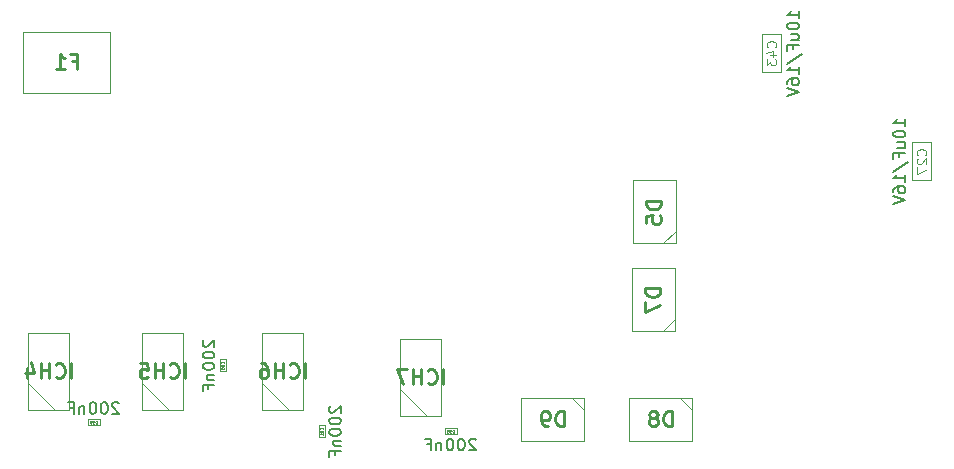
<source format=gbr>
%TF.GenerationSoftware,KiCad,Pcbnew,8.0.0*%
%TF.CreationDate,2024-03-13T17:22:48+01:00*%
%TF.ProjectId,BalloonMotherboardV3,42616c6c-6f6f-46e4-9d6f-74686572626f,rev?*%
%TF.SameCoordinates,Original*%
%TF.FileFunction,AssemblyDrawing,Bot*%
%FSLAX46Y46*%
G04 Gerber Fmt 4.6, Leading zero omitted, Abs format (unit mm)*
G04 Created by KiCad (PCBNEW 8.0.0) date 2024-03-13 17:22:48*
%MOMM*%
%LPD*%
G01*
G04 APERTURE LIST*
%ADD10C,0.254000*%
%ADD11C,0.150000*%
%ADD12C,0.040000*%
%ADD13C,0.120000*%
%ADD14C,0.100000*%
G04 APERTURE END LIST*
D10*
X74041000Y-167198318D02*
X74041000Y-165928318D01*
X72710523Y-167077365D02*
X72770999Y-167137842D01*
X72770999Y-167137842D02*
X72952428Y-167198318D01*
X72952428Y-167198318D02*
X73073380Y-167198318D01*
X73073380Y-167198318D02*
X73254809Y-167137842D01*
X73254809Y-167137842D02*
X73375761Y-167016889D01*
X73375761Y-167016889D02*
X73436238Y-166895937D01*
X73436238Y-166895937D02*
X73496714Y-166654032D01*
X73496714Y-166654032D02*
X73496714Y-166472603D01*
X73496714Y-166472603D02*
X73436238Y-166230699D01*
X73436238Y-166230699D02*
X73375761Y-166109746D01*
X73375761Y-166109746D02*
X73254809Y-165988794D01*
X73254809Y-165988794D02*
X73073380Y-165928318D01*
X73073380Y-165928318D02*
X72952428Y-165928318D01*
X72952428Y-165928318D02*
X72770999Y-165988794D01*
X72770999Y-165988794D02*
X72710523Y-166049270D01*
X72166238Y-167198318D02*
X72166238Y-165928318D01*
X72166238Y-166533080D02*
X71440523Y-166533080D01*
X71440523Y-167198318D02*
X71440523Y-165928318D01*
X70291476Y-166351651D02*
X70291476Y-167198318D01*
X70593857Y-165867842D02*
X70896238Y-166774984D01*
X70896238Y-166774984D02*
X70110047Y-166774984D01*
D11*
X85258057Y-163996952D02*
X85210438Y-164044571D01*
X85210438Y-164044571D02*
X85162819Y-164139809D01*
X85162819Y-164139809D02*
X85162819Y-164377904D01*
X85162819Y-164377904D02*
X85210438Y-164473142D01*
X85210438Y-164473142D02*
X85258057Y-164520761D01*
X85258057Y-164520761D02*
X85353295Y-164568380D01*
X85353295Y-164568380D02*
X85448533Y-164568380D01*
X85448533Y-164568380D02*
X85591390Y-164520761D01*
X85591390Y-164520761D02*
X86162819Y-163949333D01*
X86162819Y-163949333D02*
X86162819Y-164568380D01*
X85162819Y-165187428D02*
X85162819Y-165282666D01*
X85162819Y-165282666D02*
X85210438Y-165377904D01*
X85210438Y-165377904D02*
X85258057Y-165425523D01*
X85258057Y-165425523D02*
X85353295Y-165473142D01*
X85353295Y-165473142D02*
X85543771Y-165520761D01*
X85543771Y-165520761D02*
X85781866Y-165520761D01*
X85781866Y-165520761D02*
X85972342Y-165473142D01*
X85972342Y-165473142D02*
X86067580Y-165425523D01*
X86067580Y-165425523D02*
X86115200Y-165377904D01*
X86115200Y-165377904D02*
X86162819Y-165282666D01*
X86162819Y-165282666D02*
X86162819Y-165187428D01*
X86162819Y-165187428D02*
X86115200Y-165092190D01*
X86115200Y-165092190D02*
X86067580Y-165044571D01*
X86067580Y-165044571D02*
X85972342Y-164996952D01*
X85972342Y-164996952D02*
X85781866Y-164949333D01*
X85781866Y-164949333D02*
X85543771Y-164949333D01*
X85543771Y-164949333D02*
X85353295Y-164996952D01*
X85353295Y-164996952D02*
X85258057Y-165044571D01*
X85258057Y-165044571D02*
X85210438Y-165092190D01*
X85210438Y-165092190D02*
X85162819Y-165187428D01*
X85162819Y-166139809D02*
X85162819Y-166235047D01*
X85162819Y-166235047D02*
X85210438Y-166330285D01*
X85210438Y-166330285D02*
X85258057Y-166377904D01*
X85258057Y-166377904D02*
X85353295Y-166425523D01*
X85353295Y-166425523D02*
X85543771Y-166473142D01*
X85543771Y-166473142D02*
X85781866Y-166473142D01*
X85781866Y-166473142D02*
X85972342Y-166425523D01*
X85972342Y-166425523D02*
X86067580Y-166377904D01*
X86067580Y-166377904D02*
X86115200Y-166330285D01*
X86115200Y-166330285D02*
X86162819Y-166235047D01*
X86162819Y-166235047D02*
X86162819Y-166139809D01*
X86162819Y-166139809D02*
X86115200Y-166044571D01*
X86115200Y-166044571D02*
X86067580Y-165996952D01*
X86067580Y-165996952D02*
X85972342Y-165949333D01*
X85972342Y-165949333D02*
X85781866Y-165901714D01*
X85781866Y-165901714D02*
X85543771Y-165901714D01*
X85543771Y-165901714D02*
X85353295Y-165949333D01*
X85353295Y-165949333D02*
X85258057Y-165996952D01*
X85258057Y-165996952D02*
X85210438Y-166044571D01*
X85210438Y-166044571D02*
X85162819Y-166139809D01*
X85496152Y-166901714D02*
X86162819Y-166901714D01*
X85591390Y-166901714D02*
X85543771Y-166949333D01*
X85543771Y-166949333D02*
X85496152Y-167044571D01*
X85496152Y-167044571D02*
X85496152Y-167187428D01*
X85496152Y-167187428D02*
X85543771Y-167282666D01*
X85543771Y-167282666D02*
X85639009Y-167330285D01*
X85639009Y-167330285D02*
X86162819Y-167330285D01*
X85639009Y-168139809D02*
X85639009Y-167806476D01*
X86162819Y-167806476D02*
X85162819Y-167806476D01*
X85162819Y-167806476D02*
X85162819Y-168282666D01*
D12*
X86957765Y-165955285D02*
X86969670Y-165943381D01*
X86969670Y-165943381D02*
X86981574Y-165907666D01*
X86981574Y-165907666D02*
X86981574Y-165883857D01*
X86981574Y-165883857D02*
X86969670Y-165848143D01*
X86969670Y-165848143D02*
X86945860Y-165824333D01*
X86945860Y-165824333D02*
X86922050Y-165812428D01*
X86922050Y-165812428D02*
X86874431Y-165800524D01*
X86874431Y-165800524D02*
X86838717Y-165800524D01*
X86838717Y-165800524D02*
X86791098Y-165812428D01*
X86791098Y-165812428D02*
X86767289Y-165824333D01*
X86767289Y-165824333D02*
X86743479Y-165848143D01*
X86743479Y-165848143D02*
X86731574Y-165883857D01*
X86731574Y-165883857D02*
X86731574Y-165907666D01*
X86731574Y-165907666D02*
X86743479Y-165943381D01*
X86743479Y-165943381D02*
X86755384Y-165955285D01*
X86731574Y-166169571D02*
X86731574Y-166121952D01*
X86731574Y-166121952D02*
X86743479Y-166098143D01*
X86743479Y-166098143D02*
X86755384Y-166086238D01*
X86755384Y-166086238D02*
X86791098Y-166062428D01*
X86791098Y-166062428D02*
X86838717Y-166050524D01*
X86838717Y-166050524D02*
X86933955Y-166050524D01*
X86933955Y-166050524D02*
X86957765Y-166062428D01*
X86957765Y-166062428D02*
X86969670Y-166074333D01*
X86969670Y-166074333D02*
X86981574Y-166098143D01*
X86981574Y-166098143D02*
X86981574Y-166145762D01*
X86981574Y-166145762D02*
X86969670Y-166169571D01*
X86969670Y-166169571D02*
X86957765Y-166181476D01*
X86957765Y-166181476D02*
X86933955Y-166193381D01*
X86933955Y-166193381D02*
X86874431Y-166193381D01*
X86874431Y-166193381D02*
X86850622Y-166181476D01*
X86850622Y-166181476D02*
X86838717Y-166169571D01*
X86838717Y-166169571D02*
X86826812Y-166145762D01*
X86826812Y-166145762D02*
X86826812Y-166098143D01*
X86826812Y-166098143D02*
X86838717Y-166074333D01*
X86838717Y-166074333D02*
X86850622Y-166062428D01*
X86850622Y-166062428D02*
X86874431Y-166050524D01*
X86731574Y-166348142D02*
X86731574Y-166371952D01*
X86731574Y-166371952D02*
X86743479Y-166395761D01*
X86743479Y-166395761D02*
X86755384Y-166407666D01*
X86755384Y-166407666D02*
X86779193Y-166419571D01*
X86779193Y-166419571D02*
X86826812Y-166431476D01*
X86826812Y-166431476D02*
X86886336Y-166431476D01*
X86886336Y-166431476D02*
X86933955Y-166419571D01*
X86933955Y-166419571D02*
X86957765Y-166407666D01*
X86957765Y-166407666D02*
X86969670Y-166395761D01*
X86969670Y-166395761D02*
X86981574Y-166371952D01*
X86981574Y-166371952D02*
X86981574Y-166348142D01*
X86981574Y-166348142D02*
X86969670Y-166324333D01*
X86969670Y-166324333D02*
X86957765Y-166312428D01*
X86957765Y-166312428D02*
X86933955Y-166300523D01*
X86933955Y-166300523D02*
X86886336Y-166288619D01*
X86886336Y-166288619D02*
X86826812Y-166288619D01*
X86826812Y-166288619D02*
X86779193Y-166300523D01*
X86779193Y-166300523D02*
X86755384Y-166312428D01*
X86755384Y-166312428D02*
X86743479Y-166324333D01*
X86743479Y-166324333D02*
X86731574Y-166348142D01*
D10*
X123967518Y-152173818D02*
X122697518Y-152173818D01*
X122697518Y-152173818D02*
X122697518Y-152476199D01*
X122697518Y-152476199D02*
X122757994Y-152657628D01*
X122757994Y-152657628D02*
X122878946Y-152778580D01*
X122878946Y-152778580D02*
X122999899Y-152839057D01*
X122999899Y-152839057D02*
X123241803Y-152899533D01*
X123241803Y-152899533D02*
X123423232Y-152899533D01*
X123423232Y-152899533D02*
X123665137Y-152839057D01*
X123665137Y-152839057D02*
X123786089Y-152778580D01*
X123786089Y-152778580D02*
X123907042Y-152657628D01*
X123907042Y-152657628D02*
X123967518Y-152476199D01*
X123967518Y-152476199D02*
X123967518Y-152173818D01*
X122697518Y-154048580D02*
X122697518Y-153443818D01*
X122697518Y-153443818D02*
X123302280Y-153383342D01*
X123302280Y-153383342D02*
X123241803Y-153443818D01*
X123241803Y-153443818D02*
X123181327Y-153564771D01*
X123181327Y-153564771D02*
X123181327Y-153867152D01*
X123181327Y-153867152D02*
X123241803Y-153988104D01*
X123241803Y-153988104D02*
X123302280Y-154048580D01*
X123302280Y-154048580D02*
X123423232Y-154109057D01*
X123423232Y-154109057D02*
X123725613Y-154109057D01*
X123725613Y-154109057D02*
X123846565Y-154048580D01*
X123846565Y-154048580D02*
X123907042Y-153988104D01*
X123907042Y-153988104D02*
X123967518Y-153867152D01*
X123967518Y-153867152D02*
X123967518Y-153564771D01*
X123967518Y-153564771D02*
X123907042Y-153443818D01*
X123907042Y-153443818D02*
X123846565Y-153383342D01*
X93853000Y-167198318D02*
X93853000Y-165928318D01*
X92522523Y-167077365D02*
X92582999Y-167137842D01*
X92582999Y-167137842D02*
X92764428Y-167198318D01*
X92764428Y-167198318D02*
X92885380Y-167198318D01*
X92885380Y-167198318D02*
X93066809Y-167137842D01*
X93066809Y-167137842D02*
X93187761Y-167016889D01*
X93187761Y-167016889D02*
X93248238Y-166895937D01*
X93248238Y-166895937D02*
X93308714Y-166654032D01*
X93308714Y-166654032D02*
X93308714Y-166472603D01*
X93308714Y-166472603D02*
X93248238Y-166230699D01*
X93248238Y-166230699D02*
X93187761Y-166109746D01*
X93187761Y-166109746D02*
X93066809Y-165988794D01*
X93066809Y-165988794D02*
X92885380Y-165928318D01*
X92885380Y-165928318D02*
X92764428Y-165928318D01*
X92764428Y-165928318D02*
X92582999Y-165988794D01*
X92582999Y-165988794D02*
X92522523Y-166049270D01*
X91978238Y-167198318D02*
X91978238Y-165928318D01*
X91978238Y-166533080D02*
X91252523Y-166533080D01*
X91252523Y-167198318D02*
X91252523Y-165928318D01*
X90103476Y-165928318D02*
X90345381Y-165928318D01*
X90345381Y-165928318D02*
X90466333Y-165988794D01*
X90466333Y-165988794D02*
X90526809Y-166049270D01*
X90526809Y-166049270D02*
X90647762Y-166230699D01*
X90647762Y-166230699D02*
X90708238Y-166472603D01*
X90708238Y-166472603D02*
X90708238Y-166956413D01*
X90708238Y-166956413D02*
X90647762Y-167077365D01*
X90647762Y-167077365D02*
X90587285Y-167137842D01*
X90587285Y-167137842D02*
X90466333Y-167198318D01*
X90466333Y-167198318D02*
X90224428Y-167198318D01*
X90224428Y-167198318D02*
X90103476Y-167137842D01*
X90103476Y-167137842D02*
X90043000Y-167077365D01*
X90043000Y-167077365D02*
X89982523Y-166956413D01*
X89982523Y-166956413D02*
X89982523Y-166654032D01*
X89982523Y-166654032D02*
X90043000Y-166533080D01*
X90043000Y-166533080D02*
X90103476Y-166472603D01*
X90103476Y-166472603D02*
X90224428Y-166412127D01*
X90224428Y-166412127D02*
X90466333Y-166412127D01*
X90466333Y-166412127D02*
X90587285Y-166472603D01*
X90587285Y-166472603D02*
X90647762Y-166533080D01*
X90647762Y-166533080D02*
X90708238Y-166654032D01*
X123916718Y-159590618D02*
X122646718Y-159590618D01*
X122646718Y-159590618D02*
X122646718Y-159892999D01*
X122646718Y-159892999D02*
X122707194Y-160074428D01*
X122707194Y-160074428D02*
X122828146Y-160195380D01*
X122828146Y-160195380D02*
X122949099Y-160255857D01*
X122949099Y-160255857D02*
X123191003Y-160316333D01*
X123191003Y-160316333D02*
X123372432Y-160316333D01*
X123372432Y-160316333D02*
X123614337Y-160255857D01*
X123614337Y-160255857D02*
X123735289Y-160195380D01*
X123735289Y-160195380D02*
X123856242Y-160074428D01*
X123856242Y-160074428D02*
X123916718Y-159892999D01*
X123916718Y-159892999D02*
X123916718Y-159590618D01*
X122646718Y-160739666D02*
X122646718Y-161586333D01*
X122646718Y-161586333D02*
X123916718Y-161042047D01*
X115745381Y-171262318D02*
X115745381Y-169992318D01*
X115745381Y-169992318D02*
X115443000Y-169992318D01*
X115443000Y-169992318D02*
X115261571Y-170052794D01*
X115261571Y-170052794D02*
X115140619Y-170173746D01*
X115140619Y-170173746D02*
X115080142Y-170294699D01*
X115080142Y-170294699D02*
X115019666Y-170536603D01*
X115019666Y-170536603D02*
X115019666Y-170718032D01*
X115019666Y-170718032D02*
X115080142Y-170959937D01*
X115080142Y-170959937D02*
X115140619Y-171080889D01*
X115140619Y-171080889D02*
X115261571Y-171201842D01*
X115261571Y-171201842D02*
X115443000Y-171262318D01*
X115443000Y-171262318D02*
X115745381Y-171262318D01*
X114414904Y-171262318D02*
X114173000Y-171262318D01*
X114173000Y-171262318D02*
X114052047Y-171201842D01*
X114052047Y-171201842D02*
X113991571Y-171141365D01*
X113991571Y-171141365D02*
X113870619Y-170959937D01*
X113870619Y-170959937D02*
X113810142Y-170718032D01*
X113810142Y-170718032D02*
X113810142Y-170234222D01*
X113810142Y-170234222D02*
X113870619Y-170113270D01*
X113870619Y-170113270D02*
X113931095Y-170052794D01*
X113931095Y-170052794D02*
X114052047Y-169992318D01*
X114052047Y-169992318D02*
X114293952Y-169992318D01*
X114293952Y-169992318D02*
X114414904Y-170052794D01*
X114414904Y-170052794D02*
X114475381Y-170113270D01*
X114475381Y-170113270D02*
X114535857Y-170234222D01*
X114535857Y-170234222D02*
X114535857Y-170536603D01*
X114535857Y-170536603D02*
X114475381Y-170657556D01*
X114475381Y-170657556D02*
X114414904Y-170718032D01*
X114414904Y-170718032D02*
X114293952Y-170778508D01*
X114293952Y-170778508D02*
X114052047Y-170778508D01*
X114052047Y-170778508D02*
X113931095Y-170718032D01*
X113931095Y-170718032D02*
X113870619Y-170657556D01*
X113870619Y-170657556D02*
X113810142Y-170536603D01*
D11*
X78065047Y-169332057D02*
X78017428Y-169284438D01*
X78017428Y-169284438D02*
X77922190Y-169236819D01*
X77922190Y-169236819D02*
X77684095Y-169236819D01*
X77684095Y-169236819D02*
X77588857Y-169284438D01*
X77588857Y-169284438D02*
X77541238Y-169332057D01*
X77541238Y-169332057D02*
X77493619Y-169427295D01*
X77493619Y-169427295D02*
X77493619Y-169522533D01*
X77493619Y-169522533D02*
X77541238Y-169665390D01*
X77541238Y-169665390D02*
X78112666Y-170236819D01*
X78112666Y-170236819D02*
X77493619Y-170236819D01*
X76874571Y-169236819D02*
X76779333Y-169236819D01*
X76779333Y-169236819D02*
X76684095Y-169284438D01*
X76684095Y-169284438D02*
X76636476Y-169332057D01*
X76636476Y-169332057D02*
X76588857Y-169427295D01*
X76588857Y-169427295D02*
X76541238Y-169617771D01*
X76541238Y-169617771D02*
X76541238Y-169855866D01*
X76541238Y-169855866D02*
X76588857Y-170046342D01*
X76588857Y-170046342D02*
X76636476Y-170141580D01*
X76636476Y-170141580D02*
X76684095Y-170189200D01*
X76684095Y-170189200D02*
X76779333Y-170236819D01*
X76779333Y-170236819D02*
X76874571Y-170236819D01*
X76874571Y-170236819D02*
X76969809Y-170189200D01*
X76969809Y-170189200D02*
X77017428Y-170141580D01*
X77017428Y-170141580D02*
X77065047Y-170046342D01*
X77065047Y-170046342D02*
X77112666Y-169855866D01*
X77112666Y-169855866D02*
X77112666Y-169617771D01*
X77112666Y-169617771D02*
X77065047Y-169427295D01*
X77065047Y-169427295D02*
X77017428Y-169332057D01*
X77017428Y-169332057D02*
X76969809Y-169284438D01*
X76969809Y-169284438D02*
X76874571Y-169236819D01*
X75922190Y-169236819D02*
X75826952Y-169236819D01*
X75826952Y-169236819D02*
X75731714Y-169284438D01*
X75731714Y-169284438D02*
X75684095Y-169332057D01*
X75684095Y-169332057D02*
X75636476Y-169427295D01*
X75636476Y-169427295D02*
X75588857Y-169617771D01*
X75588857Y-169617771D02*
X75588857Y-169855866D01*
X75588857Y-169855866D02*
X75636476Y-170046342D01*
X75636476Y-170046342D02*
X75684095Y-170141580D01*
X75684095Y-170141580D02*
X75731714Y-170189200D01*
X75731714Y-170189200D02*
X75826952Y-170236819D01*
X75826952Y-170236819D02*
X75922190Y-170236819D01*
X75922190Y-170236819D02*
X76017428Y-170189200D01*
X76017428Y-170189200D02*
X76065047Y-170141580D01*
X76065047Y-170141580D02*
X76112666Y-170046342D01*
X76112666Y-170046342D02*
X76160285Y-169855866D01*
X76160285Y-169855866D02*
X76160285Y-169617771D01*
X76160285Y-169617771D02*
X76112666Y-169427295D01*
X76112666Y-169427295D02*
X76065047Y-169332057D01*
X76065047Y-169332057D02*
X76017428Y-169284438D01*
X76017428Y-169284438D02*
X75922190Y-169236819D01*
X75160285Y-169570152D02*
X75160285Y-170236819D01*
X75160285Y-169665390D02*
X75112666Y-169617771D01*
X75112666Y-169617771D02*
X75017428Y-169570152D01*
X75017428Y-169570152D02*
X74874571Y-169570152D01*
X74874571Y-169570152D02*
X74779333Y-169617771D01*
X74779333Y-169617771D02*
X74731714Y-169713009D01*
X74731714Y-169713009D02*
X74731714Y-170236819D01*
X73922190Y-169713009D02*
X74255523Y-169713009D01*
X74255523Y-170236819D02*
X74255523Y-169236819D01*
X74255523Y-169236819D02*
X73779333Y-169236819D01*
D12*
X76106714Y-171031765D02*
X76118618Y-171043670D01*
X76118618Y-171043670D02*
X76154333Y-171055574D01*
X76154333Y-171055574D02*
X76178142Y-171055574D01*
X76178142Y-171055574D02*
X76213856Y-171043670D01*
X76213856Y-171043670D02*
X76237666Y-171019860D01*
X76237666Y-171019860D02*
X76249571Y-170996050D01*
X76249571Y-170996050D02*
X76261475Y-170948431D01*
X76261475Y-170948431D02*
X76261475Y-170912717D01*
X76261475Y-170912717D02*
X76249571Y-170865098D01*
X76249571Y-170865098D02*
X76237666Y-170841289D01*
X76237666Y-170841289D02*
X76213856Y-170817479D01*
X76213856Y-170817479D02*
X76178142Y-170805574D01*
X76178142Y-170805574D02*
X76154333Y-170805574D01*
X76154333Y-170805574D02*
X76118618Y-170817479D01*
X76118618Y-170817479D02*
X76106714Y-170829384D01*
X75880523Y-170805574D02*
X75999571Y-170805574D01*
X75999571Y-170805574D02*
X76011475Y-170924622D01*
X76011475Y-170924622D02*
X75999571Y-170912717D01*
X75999571Y-170912717D02*
X75975761Y-170900812D01*
X75975761Y-170900812D02*
X75916237Y-170900812D01*
X75916237Y-170900812D02*
X75892428Y-170912717D01*
X75892428Y-170912717D02*
X75880523Y-170924622D01*
X75880523Y-170924622D02*
X75868618Y-170948431D01*
X75868618Y-170948431D02*
X75868618Y-171007955D01*
X75868618Y-171007955D02*
X75880523Y-171031765D01*
X75880523Y-171031765D02*
X75892428Y-171043670D01*
X75892428Y-171043670D02*
X75916237Y-171055574D01*
X75916237Y-171055574D02*
X75975761Y-171055574D01*
X75975761Y-171055574D02*
X75999571Y-171043670D01*
X75999571Y-171043670D02*
X76011475Y-171031765D01*
X75749571Y-171055574D02*
X75701952Y-171055574D01*
X75701952Y-171055574D02*
X75678142Y-171043670D01*
X75678142Y-171043670D02*
X75666238Y-171031765D01*
X75666238Y-171031765D02*
X75642428Y-170996050D01*
X75642428Y-170996050D02*
X75630523Y-170948431D01*
X75630523Y-170948431D02*
X75630523Y-170853193D01*
X75630523Y-170853193D02*
X75642428Y-170829384D01*
X75642428Y-170829384D02*
X75654333Y-170817479D01*
X75654333Y-170817479D02*
X75678142Y-170805574D01*
X75678142Y-170805574D02*
X75725761Y-170805574D01*
X75725761Y-170805574D02*
X75749571Y-170817479D01*
X75749571Y-170817479D02*
X75761476Y-170829384D01*
X75761476Y-170829384D02*
X75773380Y-170853193D01*
X75773380Y-170853193D02*
X75773380Y-170912717D01*
X75773380Y-170912717D02*
X75761476Y-170936527D01*
X75761476Y-170936527D02*
X75749571Y-170948431D01*
X75749571Y-170948431D02*
X75725761Y-170960336D01*
X75725761Y-170960336D02*
X75678142Y-170960336D01*
X75678142Y-170960336D02*
X75654333Y-170948431D01*
X75654333Y-170948431D02*
X75642428Y-170936527D01*
X75642428Y-170936527D02*
X75630523Y-170912717D01*
D11*
X144654819Y-145867809D02*
X144654819Y-145296381D01*
X144654819Y-145582095D02*
X143654819Y-145582095D01*
X143654819Y-145582095D02*
X143797676Y-145486857D01*
X143797676Y-145486857D02*
X143892914Y-145391619D01*
X143892914Y-145391619D02*
X143940533Y-145296381D01*
X143654819Y-146486857D02*
X143654819Y-146582095D01*
X143654819Y-146582095D02*
X143702438Y-146677333D01*
X143702438Y-146677333D02*
X143750057Y-146724952D01*
X143750057Y-146724952D02*
X143845295Y-146772571D01*
X143845295Y-146772571D02*
X144035771Y-146820190D01*
X144035771Y-146820190D02*
X144273866Y-146820190D01*
X144273866Y-146820190D02*
X144464342Y-146772571D01*
X144464342Y-146772571D02*
X144559580Y-146724952D01*
X144559580Y-146724952D02*
X144607200Y-146677333D01*
X144607200Y-146677333D02*
X144654819Y-146582095D01*
X144654819Y-146582095D02*
X144654819Y-146486857D01*
X144654819Y-146486857D02*
X144607200Y-146391619D01*
X144607200Y-146391619D02*
X144559580Y-146344000D01*
X144559580Y-146344000D02*
X144464342Y-146296381D01*
X144464342Y-146296381D02*
X144273866Y-146248762D01*
X144273866Y-146248762D02*
X144035771Y-146248762D01*
X144035771Y-146248762D02*
X143845295Y-146296381D01*
X143845295Y-146296381D02*
X143750057Y-146344000D01*
X143750057Y-146344000D02*
X143702438Y-146391619D01*
X143702438Y-146391619D02*
X143654819Y-146486857D01*
X143988152Y-147677333D02*
X144654819Y-147677333D01*
X143988152Y-147248762D02*
X144511961Y-147248762D01*
X144511961Y-147248762D02*
X144607200Y-147296381D01*
X144607200Y-147296381D02*
X144654819Y-147391619D01*
X144654819Y-147391619D02*
X144654819Y-147534476D01*
X144654819Y-147534476D02*
X144607200Y-147629714D01*
X144607200Y-147629714D02*
X144559580Y-147677333D01*
X144131009Y-148486857D02*
X144131009Y-148153524D01*
X144654819Y-148153524D02*
X143654819Y-148153524D01*
X143654819Y-148153524D02*
X143654819Y-148629714D01*
X143607200Y-149724952D02*
X144892914Y-148867810D01*
X144654819Y-150582095D02*
X144654819Y-150010667D01*
X144654819Y-150296381D02*
X143654819Y-150296381D01*
X143654819Y-150296381D02*
X143797676Y-150201143D01*
X143797676Y-150201143D02*
X143892914Y-150105905D01*
X143892914Y-150105905D02*
X143940533Y-150010667D01*
X143654819Y-151439238D02*
X143654819Y-151248762D01*
X143654819Y-151248762D02*
X143702438Y-151153524D01*
X143702438Y-151153524D02*
X143750057Y-151105905D01*
X143750057Y-151105905D02*
X143892914Y-151010667D01*
X143892914Y-151010667D02*
X144083390Y-150963048D01*
X144083390Y-150963048D02*
X144464342Y-150963048D01*
X144464342Y-150963048D02*
X144559580Y-151010667D01*
X144559580Y-151010667D02*
X144607200Y-151058286D01*
X144607200Y-151058286D02*
X144654819Y-151153524D01*
X144654819Y-151153524D02*
X144654819Y-151344000D01*
X144654819Y-151344000D02*
X144607200Y-151439238D01*
X144607200Y-151439238D02*
X144559580Y-151486857D01*
X144559580Y-151486857D02*
X144464342Y-151534476D01*
X144464342Y-151534476D02*
X144226247Y-151534476D01*
X144226247Y-151534476D02*
X144131009Y-151486857D01*
X144131009Y-151486857D02*
X144083390Y-151439238D01*
X144083390Y-151439238D02*
X144035771Y-151344000D01*
X144035771Y-151344000D02*
X144035771Y-151153524D01*
X144035771Y-151153524D02*
X144083390Y-151058286D01*
X144083390Y-151058286D02*
X144131009Y-151010667D01*
X144131009Y-151010667D02*
X144226247Y-150963048D01*
X143654819Y-151820191D02*
X144654819Y-152153524D01*
X144654819Y-152153524D02*
X143654819Y-152486857D01*
D13*
X146337664Y-148329714D02*
X146375760Y-148291618D01*
X146375760Y-148291618D02*
X146413855Y-148177333D01*
X146413855Y-148177333D02*
X146413855Y-148101142D01*
X146413855Y-148101142D02*
X146375760Y-147986856D01*
X146375760Y-147986856D02*
X146299569Y-147910666D01*
X146299569Y-147910666D02*
X146223379Y-147872571D01*
X146223379Y-147872571D02*
X146070998Y-147834475D01*
X146070998Y-147834475D02*
X145956712Y-147834475D01*
X145956712Y-147834475D02*
X145804331Y-147872571D01*
X145804331Y-147872571D02*
X145728140Y-147910666D01*
X145728140Y-147910666D02*
X145651950Y-147986856D01*
X145651950Y-147986856D02*
X145613855Y-148101142D01*
X145613855Y-148101142D02*
X145613855Y-148177333D01*
X145613855Y-148177333D02*
X145651950Y-148291618D01*
X145651950Y-148291618D02*
X145690045Y-148329714D01*
X145690045Y-148634475D02*
X145651950Y-148672571D01*
X145651950Y-148672571D02*
X145613855Y-148748761D01*
X145613855Y-148748761D02*
X145613855Y-148939237D01*
X145613855Y-148939237D02*
X145651950Y-149015428D01*
X145651950Y-149015428D02*
X145690045Y-149053523D01*
X145690045Y-149053523D02*
X145766236Y-149091618D01*
X145766236Y-149091618D02*
X145842426Y-149091618D01*
X145842426Y-149091618D02*
X145956712Y-149053523D01*
X145956712Y-149053523D02*
X146413855Y-148596380D01*
X146413855Y-148596380D02*
X146413855Y-149091618D01*
X145613855Y-149358285D02*
X145613855Y-149891619D01*
X145613855Y-149891619D02*
X146413855Y-149548761D01*
D10*
X124889381Y-171262318D02*
X124889381Y-169992318D01*
X124889381Y-169992318D02*
X124587000Y-169992318D01*
X124587000Y-169992318D02*
X124405571Y-170052794D01*
X124405571Y-170052794D02*
X124284619Y-170173746D01*
X124284619Y-170173746D02*
X124224142Y-170294699D01*
X124224142Y-170294699D02*
X124163666Y-170536603D01*
X124163666Y-170536603D02*
X124163666Y-170718032D01*
X124163666Y-170718032D02*
X124224142Y-170959937D01*
X124224142Y-170959937D02*
X124284619Y-171080889D01*
X124284619Y-171080889D02*
X124405571Y-171201842D01*
X124405571Y-171201842D02*
X124587000Y-171262318D01*
X124587000Y-171262318D02*
X124889381Y-171262318D01*
X123437952Y-170536603D02*
X123558904Y-170476127D01*
X123558904Y-170476127D02*
X123619381Y-170415651D01*
X123619381Y-170415651D02*
X123679857Y-170294699D01*
X123679857Y-170294699D02*
X123679857Y-170234222D01*
X123679857Y-170234222D02*
X123619381Y-170113270D01*
X123619381Y-170113270D02*
X123558904Y-170052794D01*
X123558904Y-170052794D02*
X123437952Y-169992318D01*
X123437952Y-169992318D02*
X123196047Y-169992318D01*
X123196047Y-169992318D02*
X123075095Y-170052794D01*
X123075095Y-170052794D02*
X123014619Y-170113270D01*
X123014619Y-170113270D02*
X122954142Y-170234222D01*
X122954142Y-170234222D02*
X122954142Y-170294699D01*
X122954142Y-170294699D02*
X123014619Y-170415651D01*
X123014619Y-170415651D02*
X123075095Y-170476127D01*
X123075095Y-170476127D02*
X123196047Y-170536603D01*
X123196047Y-170536603D02*
X123437952Y-170536603D01*
X123437952Y-170536603D02*
X123558904Y-170597080D01*
X123558904Y-170597080D02*
X123619381Y-170657556D01*
X123619381Y-170657556D02*
X123679857Y-170778508D01*
X123679857Y-170778508D02*
X123679857Y-171020413D01*
X123679857Y-171020413D02*
X123619381Y-171141365D01*
X123619381Y-171141365D02*
X123558904Y-171201842D01*
X123558904Y-171201842D02*
X123437952Y-171262318D01*
X123437952Y-171262318D02*
X123196047Y-171262318D01*
X123196047Y-171262318D02*
X123075095Y-171201842D01*
X123075095Y-171201842D02*
X123014619Y-171141365D01*
X123014619Y-171141365D02*
X122954142Y-171020413D01*
X122954142Y-171020413D02*
X122954142Y-170778508D01*
X122954142Y-170778508D02*
X123014619Y-170657556D01*
X123014619Y-170657556D02*
X123075095Y-170597080D01*
X123075095Y-170597080D02*
X123196047Y-170536603D01*
D11*
X95960057Y-169584952D02*
X95912438Y-169632571D01*
X95912438Y-169632571D02*
X95864819Y-169727809D01*
X95864819Y-169727809D02*
X95864819Y-169965904D01*
X95864819Y-169965904D02*
X95912438Y-170061142D01*
X95912438Y-170061142D02*
X95960057Y-170108761D01*
X95960057Y-170108761D02*
X96055295Y-170156380D01*
X96055295Y-170156380D02*
X96150533Y-170156380D01*
X96150533Y-170156380D02*
X96293390Y-170108761D01*
X96293390Y-170108761D02*
X96864819Y-169537333D01*
X96864819Y-169537333D02*
X96864819Y-170156380D01*
X95864819Y-170775428D02*
X95864819Y-170870666D01*
X95864819Y-170870666D02*
X95912438Y-170965904D01*
X95912438Y-170965904D02*
X95960057Y-171013523D01*
X95960057Y-171013523D02*
X96055295Y-171061142D01*
X96055295Y-171061142D02*
X96245771Y-171108761D01*
X96245771Y-171108761D02*
X96483866Y-171108761D01*
X96483866Y-171108761D02*
X96674342Y-171061142D01*
X96674342Y-171061142D02*
X96769580Y-171013523D01*
X96769580Y-171013523D02*
X96817200Y-170965904D01*
X96817200Y-170965904D02*
X96864819Y-170870666D01*
X96864819Y-170870666D02*
X96864819Y-170775428D01*
X96864819Y-170775428D02*
X96817200Y-170680190D01*
X96817200Y-170680190D02*
X96769580Y-170632571D01*
X96769580Y-170632571D02*
X96674342Y-170584952D01*
X96674342Y-170584952D02*
X96483866Y-170537333D01*
X96483866Y-170537333D02*
X96245771Y-170537333D01*
X96245771Y-170537333D02*
X96055295Y-170584952D01*
X96055295Y-170584952D02*
X95960057Y-170632571D01*
X95960057Y-170632571D02*
X95912438Y-170680190D01*
X95912438Y-170680190D02*
X95864819Y-170775428D01*
X95864819Y-171727809D02*
X95864819Y-171823047D01*
X95864819Y-171823047D02*
X95912438Y-171918285D01*
X95912438Y-171918285D02*
X95960057Y-171965904D01*
X95960057Y-171965904D02*
X96055295Y-172013523D01*
X96055295Y-172013523D02*
X96245771Y-172061142D01*
X96245771Y-172061142D02*
X96483866Y-172061142D01*
X96483866Y-172061142D02*
X96674342Y-172013523D01*
X96674342Y-172013523D02*
X96769580Y-171965904D01*
X96769580Y-171965904D02*
X96817200Y-171918285D01*
X96817200Y-171918285D02*
X96864819Y-171823047D01*
X96864819Y-171823047D02*
X96864819Y-171727809D01*
X96864819Y-171727809D02*
X96817200Y-171632571D01*
X96817200Y-171632571D02*
X96769580Y-171584952D01*
X96769580Y-171584952D02*
X96674342Y-171537333D01*
X96674342Y-171537333D02*
X96483866Y-171489714D01*
X96483866Y-171489714D02*
X96245771Y-171489714D01*
X96245771Y-171489714D02*
X96055295Y-171537333D01*
X96055295Y-171537333D02*
X95960057Y-171584952D01*
X95960057Y-171584952D02*
X95912438Y-171632571D01*
X95912438Y-171632571D02*
X95864819Y-171727809D01*
X96198152Y-172489714D02*
X96864819Y-172489714D01*
X96293390Y-172489714D02*
X96245771Y-172537333D01*
X96245771Y-172537333D02*
X96198152Y-172632571D01*
X96198152Y-172632571D02*
X96198152Y-172775428D01*
X96198152Y-172775428D02*
X96245771Y-172870666D01*
X96245771Y-172870666D02*
X96341009Y-172918285D01*
X96341009Y-172918285D02*
X96864819Y-172918285D01*
X96341009Y-173727809D02*
X96341009Y-173394476D01*
X96864819Y-173394476D02*
X95864819Y-173394476D01*
X95864819Y-173394476D02*
X95864819Y-173870666D01*
D12*
X95339765Y-171543285D02*
X95351670Y-171531381D01*
X95351670Y-171531381D02*
X95363574Y-171495666D01*
X95363574Y-171495666D02*
X95363574Y-171471857D01*
X95363574Y-171471857D02*
X95351670Y-171436143D01*
X95351670Y-171436143D02*
X95327860Y-171412333D01*
X95327860Y-171412333D02*
X95304050Y-171400428D01*
X95304050Y-171400428D02*
X95256431Y-171388524D01*
X95256431Y-171388524D02*
X95220717Y-171388524D01*
X95220717Y-171388524D02*
X95173098Y-171400428D01*
X95173098Y-171400428D02*
X95149289Y-171412333D01*
X95149289Y-171412333D02*
X95125479Y-171436143D01*
X95125479Y-171436143D02*
X95113574Y-171471857D01*
X95113574Y-171471857D02*
X95113574Y-171495666D01*
X95113574Y-171495666D02*
X95125479Y-171531381D01*
X95125479Y-171531381D02*
X95137384Y-171543285D01*
X95113574Y-171757571D02*
X95113574Y-171709952D01*
X95113574Y-171709952D02*
X95125479Y-171686143D01*
X95125479Y-171686143D02*
X95137384Y-171674238D01*
X95137384Y-171674238D02*
X95173098Y-171650428D01*
X95173098Y-171650428D02*
X95220717Y-171638524D01*
X95220717Y-171638524D02*
X95315955Y-171638524D01*
X95315955Y-171638524D02*
X95339765Y-171650428D01*
X95339765Y-171650428D02*
X95351670Y-171662333D01*
X95351670Y-171662333D02*
X95363574Y-171686143D01*
X95363574Y-171686143D02*
X95363574Y-171733762D01*
X95363574Y-171733762D02*
X95351670Y-171757571D01*
X95351670Y-171757571D02*
X95339765Y-171769476D01*
X95339765Y-171769476D02*
X95315955Y-171781381D01*
X95315955Y-171781381D02*
X95256431Y-171781381D01*
X95256431Y-171781381D02*
X95232622Y-171769476D01*
X95232622Y-171769476D02*
X95220717Y-171757571D01*
X95220717Y-171757571D02*
X95208812Y-171733762D01*
X95208812Y-171733762D02*
X95208812Y-171686143D01*
X95208812Y-171686143D02*
X95220717Y-171662333D01*
X95220717Y-171662333D02*
X95232622Y-171650428D01*
X95232622Y-171650428D02*
X95256431Y-171638524D01*
X95363574Y-172019476D02*
X95363574Y-171876619D01*
X95363574Y-171948047D02*
X95113574Y-171948047D01*
X95113574Y-171948047D02*
X95149289Y-171924238D01*
X95149289Y-171924238D02*
X95173098Y-171900428D01*
X95173098Y-171900428D02*
X95185003Y-171876619D01*
D11*
X135654819Y-136723809D02*
X135654819Y-136152381D01*
X135654819Y-136438095D02*
X134654819Y-136438095D01*
X134654819Y-136438095D02*
X134797676Y-136342857D01*
X134797676Y-136342857D02*
X134892914Y-136247619D01*
X134892914Y-136247619D02*
X134940533Y-136152381D01*
X134654819Y-137342857D02*
X134654819Y-137438095D01*
X134654819Y-137438095D02*
X134702438Y-137533333D01*
X134702438Y-137533333D02*
X134750057Y-137580952D01*
X134750057Y-137580952D02*
X134845295Y-137628571D01*
X134845295Y-137628571D02*
X135035771Y-137676190D01*
X135035771Y-137676190D02*
X135273866Y-137676190D01*
X135273866Y-137676190D02*
X135464342Y-137628571D01*
X135464342Y-137628571D02*
X135559580Y-137580952D01*
X135559580Y-137580952D02*
X135607200Y-137533333D01*
X135607200Y-137533333D02*
X135654819Y-137438095D01*
X135654819Y-137438095D02*
X135654819Y-137342857D01*
X135654819Y-137342857D02*
X135607200Y-137247619D01*
X135607200Y-137247619D02*
X135559580Y-137200000D01*
X135559580Y-137200000D02*
X135464342Y-137152381D01*
X135464342Y-137152381D02*
X135273866Y-137104762D01*
X135273866Y-137104762D02*
X135035771Y-137104762D01*
X135035771Y-137104762D02*
X134845295Y-137152381D01*
X134845295Y-137152381D02*
X134750057Y-137200000D01*
X134750057Y-137200000D02*
X134702438Y-137247619D01*
X134702438Y-137247619D02*
X134654819Y-137342857D01*
X134988152Y-138533333D02*
X135654819Y-138533333D01*
X134988152Y-138104762D02*
X135511961Y-138104762D01*
X135511961Y-138104762D02*
X135607200Y-138152381D01*
X135607200Y-138152381D02*
X135654819Y-138247619D01*
X135654819Y-138247619D02*
X135654819Y-138390476D01*
X135654819Y-138390476D02*
X135607200Y-138485714D01*
X135607200Y-138485714D02*
X135559580Y-138533333D01*
X135131009Y-139342857D02*
X135131009Y-139009524D01*
X135654819Y-139009524D02*
X134654819Y-139009524D01*
X134654819Y-139009524D02*
X134654819Y-139485714D01*
X134607200Y-140580952D02*
X135892914Y-139723810D01*
X135654819Y-141438095D02*
X135654819Y-140866667D01*
X135654819Y-141152381D02*
X134654819Y-141152381D01*
X134654819Y-141152381D02*
X134797676Y-141057143D01*
X134797676Y-141057143D02*
X134892914Y-140961905D01*
X134892914Y-140961905D02*
X134940533Y-140866667D01*
X134654819Y-142295238D02*
X134654819Y-142104762D01*
X134654819Y-142104762D02*
X134702438Y-142009524D01*
X134702438Y-142009524D02*
X134750057Y-141961905D01*
X134750057Y-141961905D02*
X134892914Y-141866667D01*
X134892914Y-141866667D02*
X135083390Y-141819048D01*
X135083390Y-141819048D02*
X135464342Y-141819048D01*
X135464342Y-141819048D02*
X135559580Y-141866667D01*
X135559580Y-141866667D02*
X135607200Y-141914286D01*
X135607200Y-141914286D02*
X135654819Y-142009524D01*
X135654819Y-142009524D02*
X135654819Y-142200000D01*
X135654819Y-142200000D02*
X135607200Y-142295238D01*
X135607200Y-142295238D02*
X135559580Y-142342857D01*
X135559580Y-142342857D02*
X135464342Y-142390476D01*
X135464342Y-142390476D02*
X135226247Y-142390476D01*
X135226247Y-142390476D02*
X135131009Y-142342857D01*
X135131009Y-142342857D02*
X135083390Y-142295238D01*
X135083390Y-142295238D02*
X135035771Y-142200000D01*
X135035771Y-142200000D02*
X135035771Y-142009524D01*
X135035771Y-142009524D02*
X135083390Y-141914286D01*
X135083390Y-141914286D02*
X135131009Y-141866667D01*
X135131009Y-141866667D02*
X135226247Y-141819048D01*
X134654819Y-142676191D02*
X135654819Y-143009524D01*
X135654819Y-143009524D02*
X134654819Y-143342857D01*
D13*
X133637664Y-139185714D02*
X133675760Y-139147618D01*
X133675760Y-139147618D02*
X133713855Y-139033333D01*
X133713855Y-139033333D02*
X133713855Y-138957142D01*
X133713855Y-138957142D02*
X133675760Y-138842856D01*
X133675760Y-138842856D02*
X133599569Y-138766666D01*
X133599569Y-138766666D02*
X133523379Y-138728571D01*
X133523379Y-138728571D02*
X133370998Y-138690475D01*
X133370998Y-138690475D02*
X133256712Y-138690475D01*
X133256712Y-138690475D02*
X133104331Y-138728571D01*
X133104331Y-138728571D02*
X133028140Y-138766666D01*
X133028140Y-138766666D02*
X132951950Y-138842856D01*
X132951950Y-138842856D02*
X132913855Y-138957142D01*
X132913855Y-138957142D02*
X132913855Y-139033333D01*
X132913855Y-139033333D02*
X132951950Y-139147618D01*
X132951950Y-139147618D02*
X132990045Y-139185714D01*
X133180521Y-139871428D02*
X133713855Y-139871428D01*
X132875760Y-139680952D02*
X133447188Y-139490475D01*
X133447188Y-139490475D02*
X133447188Y-139985714D01*
X132913855Y-140214285D02*
X132913855Y-140709523D01*
X132913855Y-140709523D02*
X133218617Y-140442857D01*
X133218617Y-140442857D02*
X133218617Y-140557142D01*
X133218617Y-140557142D02*
X133256712Y-140633333D01*
X133256712Y-140633333D02*
X133294807Y-140671428D01*
X133294807Y-140671428D02*
X133370998Y-140709523D01*
X133370998Y-140709523D02*
X133561474Y-140709523D01*
X133561474Y-140709523D02*
X133637664Y-140671428D01*
X133637664Y-140671428D02*
X133675760Y-140633333D01*
X133675760Y-140633333D02*
X133713855Y-140557142D01*
X133713855Y-140557142D02*
X133713855Y-140328571D01*
X133713855Y-140328571D02*
X133675760Y-140252380D01*
X133675760Y-140252380D02*
X133637664Y-140214285D01*
D10*
X74083332Y-140371080D02*
X74506666Y-140371080D01*
X74506666Y-141036318D02*
X74506666Y-139766318D01*
X74506666Y-139766318D02*
X73901904Y-139766318D01*
X72752856Y-141036318D02*
X73478571Y-141036318D01*
X73115714Y-141036318D02*
X73115714Y-139766318D01*
X73115714Y-139766318D02*
X73236666Y-139947746D01*
X73236666Y-139947746D02*
X73357618Y-140068699D01*
X73357618Y-140068699D02*
X73478571Y-140129175D01*
X83693000Y-167198318D02*
X83693000Y-165928318D01*
X82362523Y-167077365D02*
X82422999Y-167137842D01*
X82422999Y-167137842D02*
X82604428Y-167198318D01*
X82604428Y-167198318D02*
X82725380Y-167198318D01*
X82725380Y-167198318D02*
X82906809Y-167137842D01*
X82906809Y-167137842D02*
X83027761Y-167016889D01*
X83027761Y-167016889D02*
X83088238Y-166895937D01*
X83088238Y-166895937D02*
X83148714Y-166654032D01*
X83148714Y-166654032D02*
X83148714Y-166472603D01*
X83148714Y-166472603D02*
X83088238Y-166230699D01*
X83088238Y-166230699D02*
X83027761Y-166109746D01*
X83027761Y-166109746D02*
X82906809Y-165988794D01*
X82906809Y-165988794D02*
X82725380Y-165928318D01*
X82725380Y-165928318D02*
X82604428Y-165928318D01*
X82604428Y-165928318D02*
X82422999Y-165988794D01*
X82422999Y-165988794D02*
X82362523Y-166049270D01*
X81818238Y-167198318D02*
X81818238Y-165928318D01*
X81818238Y-166533080D02*
X81092523Y-166533080D01*
X81092523Y-167198318D02*
X81092523Y-165928318D01*
X79883000Y-165928318D02*
X80487762Y-165928318D01*
X80487762Y-165928318D02*
X80548238Y-166533080D01*
X80548238Y-166533080D02*
X80487762Y-166472603D01*
X80487762Y-166472603D02*
X80366809Y-166412127D01*
X80366809Y-166412127D02*
X80064428Y-166412127D01*
X80064428Y-166412127D02*
X79943476Y-166472603D01*
X79943476Y-166472603D02*
X79883000Y-166533080D01*
X79883000Y-166533080D02*
X79822523Y-166654032D01*
X79822523Y-166654032D02*
X79822523Y-166956413D01*
X79822523Y-166956413D02*
X79883000Y-167077365D01*
X79883000Y-167077365D02*
X79943476Y-167137842D01*
X79943476Y-167137842D02*
X80064428Y-167198318D01*
X80064428Y-167198318D02*
X80366809Y-167198318D01*
X80366809Y-167198318D02*
X80487762Y-167137842D01*
X80487762Y-167137842D02*
X80548238Y-167077365D01*
X105537000Y-167706318D02*
X105537000Y-166436318D01*
X104206523Y-167585365D02*
X104266999Y-167645842D01*
X104266999Y-167645842D02*
X104448428Y-167706318D01*
X104448428Y-167706318D02*
X104569380Y-167706318D01*
X104569380Y-167706318D02*
X104750809Y-167645842D01*
X104750809Y-167645842D02*
X104871761Y-167524889D01*
X104871761Y-167524889D02*
X104932238Y-167403937D01*
X104932238Y-167403937D02*
X104992714Y-167162032D01*
X104992714Y-167162032D02*
X104992714Y-166980603D01*
X104992714Y-166980603D02*
X104932238Y-166738699D01*
X104932238Y-166738699D02*
X104871761Y-166617746D01*
X104871761Y-166617746D02*
X104750809Y-166496794D01*
X104750809Y-166496794D02*
X104569380Y-166436318D01*
X104569380Y-166436318D02*
X104448428Y-166436318D01*
X104448428Y-166436318D02*
X104266999Y-166496794D01*
X104266999Y-166496794D02*
X104206523Y-166557270D01*
X103662238Y-167706318D02*
X103662238Y-166436318D01*
X103662238Y-167041080D02*
X102936523Y-167041080D01*
X102936523Y-167706318D02*
X102936523Y-166436318D01*
X102452714Y-166436318D02*
X101606047Y-166436318D01*
X101606047Y-166436318D02*
X102150333Y-167706318D01*
D11*
X108291047Y-172414057D02*
X108243428Y-172366438D01*
X108243428Y-172366438D02*
X108148190Y-172318819D01*
X108148190Y-172318819D02*
X107910095Y-172318819D01*
X107910095Y-172318819D02*
X107814857Y-172366438D01*
X107814857Y-172366438D02*
X107767238Y-172414057D01*
X107767238Y-172414057D02*
X107719619Y-172509295D01*
X107719619Y-172509295D02*
X107719619Y-172604533D01*
X107719619Y-172604533D02*
X107767238Y-172747390D01*
X107767238Y-172747390D02*
X108338666Y-173318819D01*
X108338666Y-173318819D02*
X107719619Y-173318819D01*
X107100571Y-172318819D02*
X107005333Y-172318819D01*
X107005333Y-172318819D02*
X106910095Y-172366438D01*
X106910095Y-172366438D02*
X106862476Y-172414057D01*
X106862476Y-172414057D02*
X106814857Y-172509295D01*
X106814857Y-172509295D02*
X106767238Y-172699771D01*
X106767238Y-172699771D02*
X106767238Y-172937866D01*
X106767238Y-172937866D02*
X106814857Y-173128342D01*
X106814857Y-173128342D02*
X106862476Y-173223580D01*
X106862476Y-173223580D02*
X106910095Y-173271200D01*
X106910095Y-173271200D02*
X107005333Y-173318819D01*
X107005333Y-173318819D02*
X107100571Y-173318819D01*
X107100571Y-173318819D02*
X107195809Y-173271200D01*
X107195809Y-173271200D02*
X107243428Y-173223580D01*
X107243428Y-173223580D02*
X107291047Y-173128342D01*
X107291047Y-173128342D02*
X107338666Y-172937866D01*
X107338666Y-172937866D02*
X107338666Y-172699771D01*
X107338666Y-172699771D02*
X107291047Y-172509295D01*
X107291047Y-172509295D02*
X107243428Y-172414057D01*
X107243428Y-172414057D02*
X107195809Y-172366438D01*
X107195809Y-172366438D02*
X107100571Y-172318819D01*
X106148190Y-172318819D02*
X106052952Y-172318819D01*
X106052952Y-172318819D02*
X105957714Y-172366438D01*
X105957714Y-172366438D02*
X105910095Y-172414057D01*
X105910095Y-172414057D02*
X105862476Y-172509295D01*
X105862476Y-172509295D02*
X105814857Y-172699771D01*
X105814857Y-172699771D02*
X105814857Y-172937866D01*
X105814857Y-172937866D02*
X105862476Y-173128342D01*
X105862476Y-173128342D02*
X105910095Y-173223580D01*
X105910095Y-173223580D02*
X105957714Y-173271200D01*
X105957714Y-173271200D02*
X106052952Y-173318819D01*
X106052952Y-173318819D02*
X106148190Y-173318819D01*
X106148190Y-173318819D02*
X106243428Y-173271200D01*
X106243428Y-173271200D02*
X106291047Y-173223580D01*
X106291047Y-173223580D02*
X106338666Y-173128342D01*
X106338666Y-173128342D02*
X106386285Y-172937866D01*
X106386285Y-172937866D02*
X106386285Y-172699771D01*
X106386285Y-172699771D02*
X106338666Y-172509295D01*
X106338666Y-172509295D02*
X106291047Y-172414057D01*
X106291047Y-172414057D02*
X106243428Y-172366438D01*
X106243428Y-172366438D02*
X106148190Y-172318819D01*
X105386285Y-172652152D02*
X105386285Y-173318819D01*
X105386285Y-172747390D02*
X105338666Y-172699771D01*
X105338666Y-172699771D02*
X105243428Y-172652152D01*
X105243428Y-172652152D02*
X105100571Y-172652152D01*
X105100571Y-172652152D02*
X105005333Y-172699771D01*
X105005333Y-172699771D02*
X104957714Y-172795009D01*
X104957714Y-172795009D02*
X104957714Y-173318819D01*
X104148190Y-172795009D02*
X104481523Y-172795009D01*
X104481523Y-173318819D02*
X104481523Y-172318819D01*
X104481523Y-172318819D02*
X104005333Y-172318819D01*
D12*
X106332714Y-171793765D02*
X106344618Y-171805670D01*
X106344618Y-171805670D02*
X106380333Y-171817574D01*
X106380333Y-171817574D02*
X106404142Y-171817574D01*
X106404142Y-171817574D02*
X106439856Y-171805670D01*
X106439856Y-171805670D02*
X106463666Y-171781860D01*
X106463666Y-171781860D02*
X106475571Y-171758050D01*
X106475571Y-171758050D02*
X106487475Y-171710431D01*
X106487475Y-171710431D02*
X106487475Y-171674717D01*
X106487475Y-171674717D02*
X106475571Y-171627098D01*
X106475571Y-171627098D02*
X106463666Y-171603289D01*
X106463666Y-171603289D02*
X106439856Y-171579479D01*
X106439856Y-171579479D02*
X106404142Y-171567574D01*
X106404142Y-171567574D02*
X106380333Y-171567574D01*
X106380333Y-171567574D02*
X106344618Y-171579479D01*
X106344618Y-171579479D02*
X106332714Y-171591384D01*
X106106523Y-171567574D02*
X106225571Y-171567574D01*
X106225571Y-171567574D02*
X106237475Y-171686622D01*
X106237475Y-171686622D02*
X106225571Y-171674717D01*
X106225571Y-171674717D02*
X106201761Y-171662812D01*
X106201761Y-171662812D02*
X106142237Y-171662812D01*
X106142237Y-171662812D02*
X106118428Y-171674717D01*
X106118428Y-171674717D02*
X106106523Y-171686622D01*
X106106523Y-171686622D02*
X106094618Y-171710431D01*
X106094618Y-171710431D02*
X106094618Y-171769955D01*
X106094618Y-171769955D02*
X106106523Y-171793765D01*
X106106523Y-171793765D02*
X106118428Y-171805670D01*
X106118428Y-171805670D02*
X106142237Y-171817574D01*
X106142237Y-171817574D02*
X106201761Y-171817574D01*
X106201761Y-171817574D02*
X106225571Y-171805670D01*
X106225571Y-171805670D02*
X106237475Y-171793765D01*
X105951761Y-171674717D02*
X105975571Y-171662812D01*
X105975571Y-171662812D02*
X105987476Y-171650908D01*
X105987476Y-171650908D02*
X105999380Y-171627098D01*
X105999380Y-171627098D02*
X105999380Y-171615193D01*
X105999380Y-171615193D02*
X105987476Y-171591384D01*
X105987476Y-171591384D02*
X105975571Y-171579479D01*
X105975571Y-171579479D02*
X105951761Y-171567574D01*
X105951761Y-171567574D02*
X105904142Y-171567574D01*
X105904142Y-171567574D02*
X105880333Y-171579479D01*
X105880333Y-171579479D02*
X105868428Y-171591384D01*
X105868428Y-171591384D02*
X105856523Y-171615193D01*
X105856523Y-171615193D02*
X105856523Y-171627098D01*
X105856523Y-171627098D02*
X105868428Y-171650908D01*
X105868428Y-171650908D02*
X105880333Y-171662812D01*
X105880333Y-171662812D02*
X105904142Y-171674717D01*
X105904142Y-171674717D02*
X105951761Y-171674717D01*
X105951761Y-171674717D02*
X105975571Y-171686622D01*
X105975571Y-171686622D02*
X105987476Y-171698527D01*
X105987476Y-171698527D02*
X105999380Y-171722336D01*
X105999380Y-171722336D02*
X105999380Y-171769955D01*
X105999380Y-171769955D02*
X105987476Y-171793765D01*
X105987476Y-171793765D02*
X105975571Y-171805670D01*
X105975571Y-171805670D02*
X105951761Y-171817574D01*
X105951761Y-171817574D02*
X105904142Y-171817574D01*
X105904142Y-171817574D02*
X105880333Y-171805670D01*
X105880333Y-171805670D02*
X105868428Y-171793765D01*
X105868428Y-171793765D02*
X105856523Y-171769955D01*
X105856523Y-171769955D02*
X105856523Y-171722336D01*
X105856523Y-171722336D02*
X105868428Y-171698527D01*
X105868428Y-171698527D02*
X105880333Y-171686622D01*
X105880333Y-171686622D02*
X105904142Y-171674717D01*
D14*
%TO.C,ICH4*%
X70386000Y-163374000D02*
X70386000Y-169874000D01*
X70386000Y-167574000D02*
X72686000Y-169874000D01*
X70386000Y-169874000D02*
X73886000Y-169874000D01*
X73886000Y-163374000D02*
X70386000Y-163374000D01*
X73886000Y-169874000D02*
X73886000Y-163374000D01*
%TO.C,C60*%
X86618000Y-166616000D02*
X87118000Y-166616000D01*
X87118000Y-166616000D02*
X87118000Y-165616000D01*
X86618000Y-165616000D02*
X86618000Y-166616000D01*
X87118000Y-165616000D02*
X86618000Y-165616000D01*
%TO.C,D5*%
X121583200Y-155781200D02*
X125203200Y-155781200D01*
X124178200Y-155781200D02*
X125203200Y-154756200D01*
X125203200Y-155781200D02*
X125203200Y-150441200D01*
X121583200Y-150441200D02*
X121583200Y-155781200D01*
X125203200Y-150441200D02*
X121583200Y-150441200D01*
%TO.C,ICH6*%
X90198000Y-163374000D02*
X90198000Y-169874000D01*
X90198000Y-167574000D02*
X92498000Y-169874000D01*
X90198000Y-169874000D02*
X93698000Y-169874000D01*
X93698000Y-163374000D02*
X90198000Y-163374000D01*
X93698000Y-169874000D02*
X93698000Y-163374000D01*
%TO.C,D7*%
X121532400Y-163198000D02*
X125152400Y-163198000D01*
X124127400Y-163198000D02*
X125152400Y-162173000D01*
X125152400Y-163198000D02*
X125152400Y-157858000D01*
X121532400Y-157858000D02*
X121532400Y-163198000D01*
X125152400Y-157858000D02*
X121532400Y-157858000D01*
%TO.C,D9*%
X117478000Y-172498000D02*
X117478000Y-168878000D01*
X117478000Y-169903000D02*
X116453000Y-168878000D01*
X117478000Y-168878000D02*
X112138000Y-168878000D01*
X112138000Y-172498000D02*
X117478000Y-172498000D01*
X112138000Y-168878000D02*
X112138000Y-172498000D01*
%TO.C,C59*%
X75446000Y-170692000D02*
X75446000Y-171192000D01*
X75446000Y-171192000D02*
X76446000Y-171192000D01*
X76446000Y-170692000D02*
X75446000Y-170692000D01*
X76446000Y-171192000D02*
X76446000Y-170692000D01*
%TO.C,C27*%
X145250000Y-150444000D02*
X146850000Y-150444000D01*
X146850000Y-150444000D02*
X146850000Y-147244000D01*
X145250000Y-147244000D02*
X145250000Y-150444000D01*
X146850000Y-147244000D02*
X145250000Y-147244000D01*
%TO.C,D8*%
X126622000Y-172498000D02*
X126622000Y-168878000D01*
X126622000Y-169903000D02*
X125597000Y-168878000D01*
X126622000Y-168878000D02*
X121282000Y-168878000D01*
X121282000Y-172498000D02*
X126622000Y-172498000D01*
X121282000Y-168878000D02*
X121282000Y-172498000D01*
%TO.C,C61*%
X95500000Y-171204000D02*
X95000000Y-171204000D01*
X95000000Y-171204000D02*
X95000000Y-172204000D01*
X95500000Y-172204000D02*
X95500000Y-171204000D01*
X95000000Y-172204000D02*
X95500000Y-172204000D01*
%TO.C,C43*%
X134150000Y-138100000D02*
X132550000Y-138100000D01*
X132550000Y-138100000D02*
X132550000Y-141300000D01*
X134150000Y-141300000D02*
X134150000Y-138100000D01*
X132550000Y-141300000D02*
X134150000Y-141300000D01*
%TO.C,F1*%
X69982000Y-137902000D02*
X77338000Y-137902000D01*
X69982000Y-143022000D02*
X69982000Y-137902000D01*
X77338000Y-137902000D02*
X77338000Y-143022000D01*
X77338000Y-143022000D02*
X69982000Y-143022000D01*
%TO.C,ICH5*%
X80038000Y-163374000D02*
X80038000Y-169874000D01*
X80038000Y-167574000D02*
X82338000Y-169874000D01*
X80038000Y-169874000D02*
X83538000Y-169874000D01*
X83538000Y-163374000D02*
X80038000Y-163374000D01*
X83538000Y-169874000D02*
X83538000Y-163374000D01*
%TO.C,ICH7*%
X101882000Y-163882000D02*
X101882000Y-170382000D01*
X101882000Y-168082000D02*
X104182000Y-170382000D01*
X101882000Y-170382000D02*
X105382000Y-170382000D01*
X105382000Y-163882000D02*
X101882000Y-163882000D01*
X105382000Y-170382000D02*
X105382000Y-163882000D01*
%TO.C,C58*%
X106672000Y-171954000D02*
X106672000Y-171454000D01*
X106672000Y-171454000D02*
X105672000Y-171454000D01*
X105672000Y-171954000D02*
X106672000Y-171954000D01*
X105672000Y-171454000D02*
X105672000Y-171954000D01*
%TD*%
M02*

</source>
